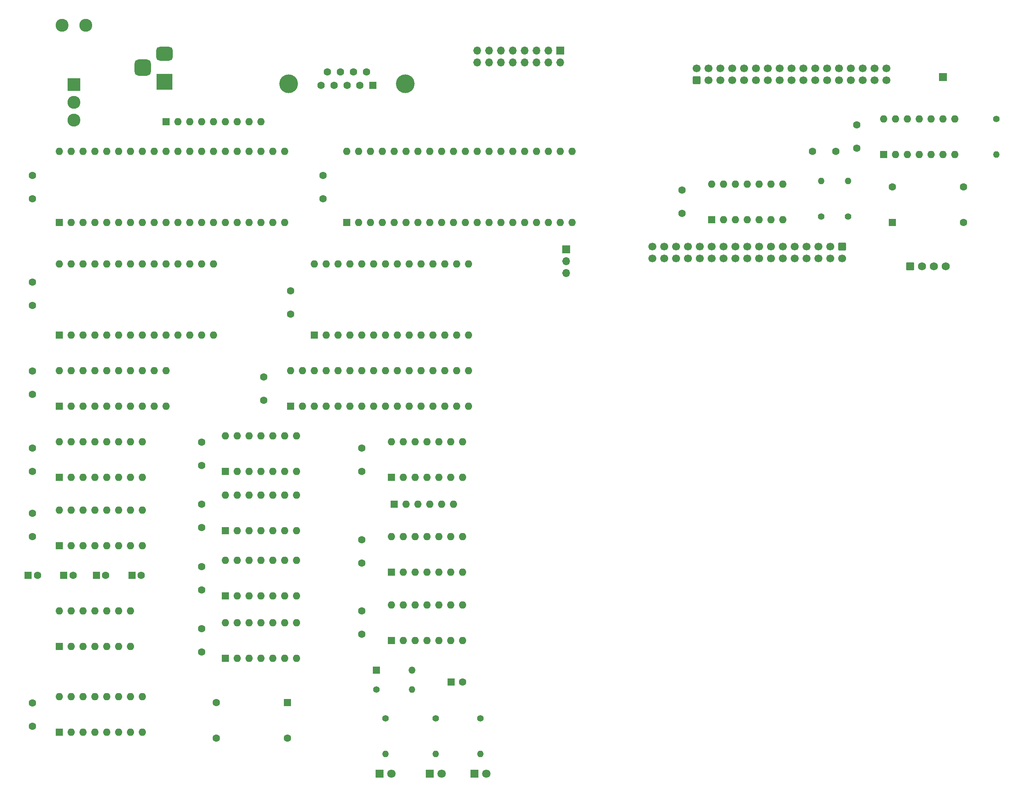
<source format=gbr>
%TF.GenerationSoftware,KiCad,Pcbnew,(6.0.6)*%
%TF.CreationDate,2022-10-29T21:57:17+02:00*%
%TF.ProjectId,SF-7017,53462d37-3031-4372-9e6b-696361645f70,rev?*%
%TF.SameCoordinates,Original*%
%TF.FileFunction,Soldermask,Top*%
%TF.FilePolarity,Negative*%
%FSLAX46Y46*%
G04 Gerber Fmt 4.6, Leading zero omitted, Abs format (unit mm)*
G04 Created by KiCad (PCBNEW (6.0.6)) date 2022-10-29 21:57:17*
%MOMM*%
%LPD*%
G01*
G04 APERTURE LIST*
G04 Aperture macros list*
%AMRoundRect*
0 Rectangle with rounded corners*
0 $1 Rounding radius*
0 $2 $3 $4 $5 $6 $7 $8 $9 X,Y pos of 4 corners*
0 Add a 4 corners polygon primitive as box body*
4,1,4,$2,$3,$4,$5,$6,$7,$8,$9,$2,$3,0*
0 Add four circle primitives for the rounded corners*
1,1,$1+$1,$2,$3*
1,1,$1+$1,$4,$5*
1,1,$1+$1,$6,$7*
1,1,$1+$1,$8,$9*
0 Add four rect primitives between the rounded corners*
20,1,$1+$1,$2,$3,$4,$5,0*
20,1,$1+$1,$4,$5,$6,$7,0*
20,1,$1+$1,$6,$7,$8,$9,0*
20,1,$1+$1,$8,$9,$2,$3,0*%
G04 Aperture macros list end*
%ADD10C,1.600000*%
%ADD11R,1.600000X1.600000*%
%ADD12O,1.600000X1.600000*%
%ADD13RoundRect,0.250000X0.600000X-0.600000X0.600000X0.600000X-0.600000X0.600000X-0.600000X-0.600000X0*%
%ADD14C,1.700000*%
%ADD15R,1.700000X1.700000*%
%ADD16O,1.700000X1.700000*%
%ADD17R,2.775000X2.775000*%
%ADD18C,2.775000*%
%ADD19C,1.400000*%
%ADD20O,1.400000X1.400000*%
%ADD21R,1.800000X1.800000*%
%ADD22C,1.800000*%
%ADD23RoundRect,0.250000X-0.620000X-0.620000X0.620000X-0.620000X0.620000X0.620000X-0.620000X0.620000X0*%
%ADD24C,1.740000*%
%ADD25R,1.500000X1.500000*%
%ADD26O,1.500000X1.500000*%
%ADD27R,3.500000X3.500000*%
%ADD28RoundRect,0.750000X-1.000000X0.750000X-1.000000X-0.750000X1.000000X-0.750000X1.000000X0.750000X0*%
%ADD29RoundRect,0.875000X-0.875000X0.875000X-0.875000X-0.875000X0.875000X-0.875000X0.875000X0.875000X0*%
%ADD30RoundRect,0.250000X-0.600000X0.600000X-0.600000X-0.600000X0.600000X-0.600000X0.600000X0.600000X0*%
%ADD31C,4.000000*%
G04 APERTURE END LIST*
D10*
%TO.C,C3*%
X109855000Y-126405000D03*
X109855000Y-131405000D03*
%TD*%
%TO.C,C22*%
X178435000Y-56475000D03*
X178435000Y-51475000D03*
%TD*%
D11*
%TO.C,IC17*%
X80640000Y-111750000D03*
D12*
X83180000Y-111750000D03*
X85720000Y-111750000D03*
X88260000Y-111750000D03*
X90800000Y-111750000D03*
X93340000Y-111750000D03*
X95880000Y-111750000D03*
X95880000Y-104130000D03*
X93340000Y-104130000D03*
X90800000Y-104130000D03*
X88260000Y-104130000D03*
X85720000Y-104130000D03*
X83180000Y-104130000D03*
X80640000Y-104130000D03*
%TD*%
D11*
%TO.C,IC20*%
X116200000Y-133340000D03*
D12*
X118740000Y-133340000D03*
X121280000Y-133340000D03*
X123820000Y-133340000D03*
X126360000Y-133340000D03*
X128900000Y-133340000D03*
X131440000Y-133340000D03*
X131440000Y-125720000D03*
X128900000Y-125720000D03*
X126360000Y-125720000D03*
X123820000Y-125720000D03*
X121280000Y-125720000D03*
X118740000Y-125720000D03*
X116200000Y-125720000D03*
%TD*%
D11*
%TO.C,IC26*%
X221610000Y-43805000D03*
D12*
X224150000Y-43805000D03*
X226690000Y-43805000D03*
X229230000Y-43805000D03*
X231770000Y-43805000D03*
X234310000Y-43805000D03*
X236850000Y-43805000D03*
X236850000Y-36185000D03*
X234310000Y-36185000D03*
X231770000Y-36185000D03*
X229230000Y-36185000D03*
X226690000Y-36185000D03*
X224150000Y-36185000D03*
X221610000Y-36185000D03*
%TD*%
D13*
%TO.C,J1*%
X181610000Y-27922500D03*
D14*
X181610000Y-25382500D03*
X184150000Y-27922500D03*
X184150000Y-25382500D03*
X186690000Y-27922500D03*
X186690000Y-25382500D03*
X189230000Y-27922500D03*
X189230000Y-25382500D03*
X191770000Y-27922500D03*
X191770000Y-25382500D03*
X194310000Y-27922500D03*
X194310000Y-25382500D03*
X196850000Y-27922500D03*
X196850000Y-25382500D03*
X199390000Y-27922500D03*
X199390000Y-25382500D03*
X201930000Y-27922500D03*
X201930000Y-25382500D03*
X204470000Y-27922500D03*
X204470000Y-25382500D03*
X207010000Y-27922500D03*
X207010000Y-25382500D03*
X209550000Y-27922500D03*
X209550000Y-25382500D03*
X212090000Y-27922500D03*
X212090000Y-25382500D03*
X214630000Y-27922500D03*
X214630000Y-25382500D03*
X217170000Y-27922500D03*
X217170000Y-25382500D03*
X219710000Y-27922500D03*
X219710000Y-25382500D03*
X222250000Y-27922500D03*
X222250000Y-25382500D03*
%TD*%
D11*
%TO.C,IC15*%
X80640000Y-138420000D03*
D12*
X83180000Y-138420000D03*
X85720000Y-138420000D03*
X88260000Y-138420000D03*
X90800000Y-138420000D03*
X93340000Y-138420000D03*
X95880000Y-138420000D03*
X95880000Y-130800000D03*
X93340000Y-130800000D03*
X90800000Y-130800000D03*
X88260000Y-130800000D03*
X85720000Y-130800000D03*
X83180000Y-130800000D03*
X80640000Y-130800000D03*
%TD*%
D15*
%TO.C,J6*%
X153670000Y-64135000D03*
D16*
X153670000Y-66675000D03*
X153670000Y-69215000D03*
%TD*%
D10*
%TO.C,C7*%
X39370000Y-166330000D03*
X39370000Y-161330000D03*
%TD*%
%TO.C,C1*%
X215900000Y-37505000D03*
X215900000Y-42505000D03*
%TD*%
D17*
%TO.C,SW1*%
X48260000Y-28840000D03*
D18*
X48260000Y-32650000D03*
X48260000Y-36460000D03*
X50800000Y-16140000D03*
X45720000Y-16140000D03*
%TD*%
D10*
%TO.C,C19*%
X75565000Y-123785000D03*
X75565000Y-118785000D03*
%TD*%
D11*
%TO.C,IC38*%
X45100000Y-167630000D03*
D12*
X47640000Y-167630000D03*
X50180000Y-167630000D03*
X52720000Y-167630000D03*
X55260000Y-167630000D03*
X57800000Y-167630000D03*
X60340000Y-167630000D03*
X62880000Y-167630000D03*
X62880000Y-160010000D03*
X60340000Y-160010000D03*
X57800000Y-160010000D03*
X55260000Y-160010000D03*
X52720000Y-160010000D03*
X50180000Y-160010000D03*
X47640000Y-160010000D03*
X45100000Y-160010000D03*
%TD*%
D11*
%TO.C,RN2*%
X116840000Y-118745000D03*
D12*
X119380000Y-118745000D03*
X121920000Y-118745000D03*
X124460000Y-118745000D03*
X127000000Y-118745000D03*
X129540000Y-118745000D03*
%TD*%
D19*
%TO.C,R7*%
X113030000Y-158505000D03*
D20*
X120650000Y-158505000D03*
%TD*%
D11*
%TO.C,IC21*%
X184780000Y-57775000D03*
D12*
X187320000Y-57775000D03*
X189860000Y-57775000D03*
X192400000Y-57775000D03*
X194940000Y-57775000D03*
X197480000Y-57775000D03*
X200020000Y-57775000D03*
X200020000Y-50155000D03*
X197480000Y-50155000D03*
X194940000Y-50155000D03*
X192400000Y-50155000D03*
X189860000Y-50155000D03*
X187320000Y-50155000D03*
X184780000Y-50155000D03*
%TD*%
D11*
%TO.C,IC14*%
X80640000Y-151755000D03*
D12*
X83180000Y-151755000D03*
X85720000Y-151755000D03*
X88260000Y-151755000D03*
X90800000Y-151755000D03*
X93340000Y-151755000D03*
X95880000Y-151755000D03*
X95880000Y-144135000D03*
X93340000Y-144135000D03*
X90800000Y-144135000D03*
X88260000Y-144135000D03*
X85720000Y-144135000D03*
X83180000Y-144135000D03*
X80640000Y-144135000D03*
%TD*%
D10*
%TO.C,C15*%
X206375000Y-43180000D03*
X211375000Y-43180000D03*
%TD*%
D11*
%TO.C,IC18*%
X116200000Y-113020000D03*
D12*
X118740000Y-113020000D03*
X121280000Y-113020000D03*
X123820000Y-113020000D03*
X126360000Y-113020000D03*
X128900000Y-113020000D03*
X131440000Y-113020000D03*
X131440000Y-105400000D03*
X128900000Y-105400000D03*
X126360000Y-105400000D03*
X123820000Y-105400000D03*
X121280000Y-105400000D03*
X118740000Y-105400000D03*
X116200000Y-105400000D03*
%TD*%
D21*
%TO.C,D3*%
X113665000Y-176530000D03*
D22*
X116205000Y-176530000D03*
%TD*%
D10*
%TO.C,C23*%
X75565000Y-150455000D03*
X75565000Y-145455000D03*
%TD*%
%TO.C,C12*%
X101600000Y-53300000D03*
X101600000Y-48300000D03*
%TD*%
D11*
%TO.C,IC6*%
X116200000Y-147945000D03*
D12*
X118740000Y-147945000D03*
X121280000Y-147945000D03*
X123820000Y-147945000D03*
X126360000Y-147945000D03*
X128900000Y-147945000D03*
X131440000Y-147945000D03*
X131440000Y-140325000D03*
X128900000Y-140325000D03*
X126360000Y-140325000D03*
X123820000Y-140325000D03*
X121280000Y-140325000D03*
X118740000Y-140325000D03*
X116200000Y-140325000D03*
%TD*%
D10*
%TO.C,C11*%
X39370000Y-53300000D03*
X39370000Y-48300000D03*
%TD*%
D11*
%TO.C,X2*%
X93980000Y-161290000D03*
D10*
X78740000Y-161290000D03*
X78740000Y-168910000D03*
X93980000Y-168910000D03*
%TD*%
%TO.C,C5*%
X109855000Y-106720000D03*
X109855000Y-111720000D03*
%TD*%
D11*
%TO.C,IC5*%
X94615000Y-97770000D03*
D12*
X97155000Y-97770000D03*
X99695000Y-97770000D03*
X102235000Y-97770000D03*
X104775000Y-97770000D03*
X107315000Y-97770000D03*
X109855000Y-97770000D03*
X112395000Y-97770000D03*
X114935000Y-97770000D03*
X117475000Y-97770000D03*
X120015000Y-97770000D03*
X122555000Y-97770000D03*
X125095000Y-97770000D03*
X127635000Y-97770000D03*
X130175000Y-97770000D03*
X132715000Y-97770000D03*
X132715000Y-90150000D03*
X130175000Y-90150000D03*
X127635000Y-90150000D03*
X125095000Y-90150000D03*
X122555000Y-90150000D03*
X120015000Y-90150000D03*
X117475000Y-90150000D03*
X114935000Y-90150000D03*
X112395000Y-90150000D03*
X109855000Y-90150000D03*
X107315000Y-90150000D03*
X104775000Y-90150000D03*
X102235000Y-90150000D03*
X99695000Y-90150000D03*
X97155000Y-90150000D03*
X94615000Y-90150000D03*
%TD*%
D21*
%TO.C,D2*%
X124455000Y-176530000D03*
D22*
X126995000Y-176530000D03*
%TD*%
D19*
%TO.C,R1*%
X245745000Y-36195000D03*
D20*
X245745000Y-43815000D03*
%TD*%
D23*
%TO.C,J10*%
X227330000Y-67830000D03*
D24*
X229870000Y-67830000D03*
X232410000Y-67830000D03*
X234950000Y-67830000D03*
%TD*%
D11*
%TO.C,C16*%
X60639900Y-133985000D03*
D10*
X62639900Y-133985000D03*
%TD*%
D25*
%TO.C,D4*%
X113025000Y-154305000D03*
D26*
X120645000Y-154305000D03*
%TD*%
D10*
%TO.C,C4*%
X88900000Y-96480000D03*
X88900000Y-91480000D03*
%TD*%
D15*
%TO.C,J11*%
X234315000Y-27235000D03*
%TD*%
D10*
%TO.C,C10*%
X39370000Y-125690000D03*
X39370000Y-120690000D03*
%TD*%
%TO.C,C6*%
X94615000Y-78065000D03*
X94615000Y-73065000D03*
%TD*%
D11*
%TO.C,IC13*%
X99705000Y-82555000D03*
D12*
X102245000Y-82555000D03*
X104785000Y-82555000D03*
X107325000Y-82555000D03*
X109865000Y-82555000D03*
X112405000Y-82555000D03*
X114945000Y-82555000D03*
X117485000Y-82555000D03*
X120025000Y-82555000D03*
X122565000Y-82555000D03*
X125105000Y-82555000D03*
X127645000Y-82555000D03*
X130185000Y-82555000D03*
X132725000Y-82555000D03*
X132725000Y-67315000D03*
X130185000Y-67315000D03*
X127645000Y-67315000D03*
X125105000Y-67315000D03*
X122565000Y-67315000D03*
X120025000Y-67315000D03*
X117485000Y-67315000D03*
X114945000Y-67315000D03*
X112405000Y-67315000D03*
X109865000Y-67315000D03*
X107325000Y-67315000D03*
X104785000Y-67315000D03*
X102245000Y-67315000D03*
X99705000Y-67315000D03*
%TD*%
D19*
%TO.C,R4*%
X114935000Y-164690000D03*
D20*
X114935000Y-172310000D03*
%TD*%
D10*
%TO.C,C8*%
X39370000Y-95210000D03*
X39370000Y-90210000D03*
%TD*%
D11*
%TO.C,RN1*%
X67945000Y-36830000D03*
D12*
X70485000Y-36830000D03*
X73025000Y-36830000D03*
X75565000Y-36830000D03*
X78105000Y-36830000D03*
X80645000Y-36830000D03*
X83185000Y-36830000D03*
X85725000Y-36830000D03*
X88265000Y-36830000D03*
%TD*%
D10*
%TO.C,C20*%
X75565000Y-110450000D03*
X75565000Y-105450000D03*
%TD*%
D27*
%TO.C,J9*%
X67632500Y-28225000D03*
D28*
X67632500Y-22225000D03*
D29*
X62932500Y-25225000D03*
%TD*%
D11*
%TO.C,C14*%
X53019900Y-133985000D03*
D10*
X55019900Y-133985000D03*
%TD*%
%TO.C,C18*%
X75565000Y-137120000D03*
X75565000Y-132120000D03*
%TD*%
D11*
%TO.C,IC33*%
X45070000Y-82555000D03*
D12*
X47610000Y-82555000D03*
X50150000Y-82555000D03*
X52690000Y-82555000D03*
X55230000Y-82555000D03*
X57770000Y-82555000D03*
X60310000Y-82555000D03*
X62850000Y-82555000D03*
X65390000Y-82555000D03*
X67930000Y-82555000D03*
X70470000Y-82555000D03*
X73010000Y-82555000D03*
X75550000Y-82555000D03*
X78090000Y-82555000D03*
X78090000Y-67315000D03*
X75550000Y-67315000D03*
X73010000Y-67315000D03*
X70470000Y-67315000D03*
X67930000Y-67315000D03*
X65390000Y-67315000D03*
X62850000Y-67315000D03*
X60310000Y-67315000D03*
X57770000Y-67315000D03*
X55230000Y-67315000D03*
X52690000Y-67315000D03*
X50150000Y-67315000D03*
X47610000Y-67315000D03*
X45070000Y-67315000D03*
%TD*%
D11*
%TO.C,J4*%
X45105000Y-149215000D03*
D12*
X47645000Y-149215000D03*
X50185000Y-149215000D03*
X52725000Y-149215000D03*
X55265000Y-149215000D03*
X57805000Y-149215000D03*
X60345000Y-149215000D03*
X60345000Y-141595000D03*
X57805000Y-141595000D03*
X55265000Y-141595000D03*
X52725000Y-141595000D03*
X50185000Y-141595000D03*
X47645000Y-141595000D03*
X45105000Y-141595000D03*
%TD*%
D10*
%TO.C,C2*%
X39365000Y-111720000D03*
X39365000Y-106720000D03*
%TD*%
%TO.C,C17*%
X109855000Y-141645000D03*
X109855000Y-146645000D03*
%TD*%
D11*
%TO.C,IC2*%
X106685000Y-58425000D03*
D12*
X109225000Y-58425000D03*
X111765000Y-58425000D03*
X114305000Y-58425000D03*
X116845000Y-58425000D03*
X119385000Y-58425000D03*
X121925000Y-58425000D03*
X124465000Y-58425000D03*
X127005000Y-58425000D03*
X129545000Y-58425000D03*
X132085000Y-58425000D03*
X134625000Y-58425000D03*
X137165000Y-58425000D03*
X139705000Y-58425000D03*
X142245000Y-58425000D03*
X144785000Y-58425000D03*
X147325000Y-58425000D03*
X149865000Y-58425000D03*
X152405000Y-58425000D03*
X154945000Y-58425000D03*
X154945000Y-43185000D03*
X152405000Y-43185000D03*
X149865000Y-43185000D03*
X147325000Y-43185000D03*
X144785000Y-43185000D03*
X142245000Y-43185000D03*
X139705000Y-43185000D03*
X137165000Y-43185000D03*
X134625000Y-43185000D03*
X132085000Y-43185000D03*
X129545000Y-43185000D03*
X127005000Y-43185000D03*
X124465000Y-43185000D03*
X121925000Y-43185000D03*
X119385000Y-43185000D03*
X116845000Y-43185000D03*
X114305000Y-43185000D03*
X111765000Y-43185000D03*
X109225000Y-43185000D03*
X106685000Y-43185000D03*
%TD*%
D11*
%TO.C,X1*%
X223520000Y-58420000D03*
D10*
X238760000Y-58420000D03*
X238760000Y-50800000D03*
X223520000Y-50800000D03*
%TD*%
D19*
%TO.C,R3*%
X125730000Y-164690000D03*
D20*
X125730000Y-172310000D03*
%TD*%
D11*
%TO.C,IC22*%
X45075000Y-113020000D03*
D12*
X47615000Y-113020000D03*
X50155000Y-113020000D03*
X52695000Y-113020000D03*
X55235000Y-113020000D03*
X57775000Y-113020000D03*
X60315000Y-113020000D03*
X62855000Y-113020000D03*
X62855000Y-105400000D03*
X60315000Y-105400000D03*
X57775000Y-105400000D03*
X55235000Y-105400000D03*
X52695000Y-105400000D03*
X50155000Y-105400000D03*
X47615000Y-105400000D03*
X45075000Y-105400000D03*
%TD*%
D19*
%TO.C,R2*%
X135255000Y-164690000D03*
D20*
X135255000Y-172310000D03*
%TD*%
D30*
%TO.C,J3*%
X212725000Y-63517500D03*
D14*
X212725000Y-66057500D03*
X210185000Y-63517500D03*
X210185000Y-66057500D03*
X207645000Y-63517500D03*
X207645000Y-66057500D03*
X205105000Y-63517500D03*
X205105000Y-66057500D03*
X202565000Y-63517500D03*
X202565000Y-66057500D03*
X200025000Y-63517500D03*
X200025000Y-66057500D03*
X197485000Y-63517500D03*
X197485000Y-66057500D03*
X194945000Y-63517500D03*
X194945000Y-66057500D03*
X192405000Y-63517500D03*
X192405000Y-66057500D03*
X189865000Y-63517500D03*
X189865000Y-66057500D03*
X187325000Y-63517500D03*
X187325000Y-66057500D03*
X184785000Y-63517500D03*
X184785000Y-66057500D03*
X182245000Y-63517500D03*
X182245000Y-66057500D03*
X179705000Y-63517500D03*
X179705000Y-66057500D03*
X177165000Y-63517500D03*
X177165000Y-66057500D03*
X174625000Y-63517500D03*
X174625000Y-66057500D03*
X172085000Y-63517500D03*
X172085000Y-66057500D03*
%TD*%
D31*
%TO.C,J5*%
X94190000Y-28700300D03*
X119190000Y-28700300D03*
D11*
X112230000Y-29000300D03*
D10*
X109460000Y-29000300D03*
X106690000Y-29000300D03*
X103920000Y-29000300D03*
X101150000Y-29000300D03*
X110845000Y-26160300D03*
X108075000Y-26160300D03*
X105305000Y-26160300D03*
X102535000Y-26160300D03*
%TD*%
D11*
%TO.C,IC3*%
X45090000Y-58425000D03*
D12*
X47630000Y-58425000D03*
X50170000Y-58425000D03*
X52710000Y-58425000D03*
X55250000Y-58425000D03*
X57790000Y-58425000D03*
X60330000Y-58425000D03*
X62870000Y-58425000D03*
X65410000Y-58425000D03*
X67950000Y-58425000D03*
X70490000Y-58425000D03*
X73030000Y-58425000D03*
X75570000Y-58425000D03*
X78110000Y-58425000D03*
X80650000Y-58425000D03*
X83190000Y-58425000D03*
X85730000Y-58425000D03*
X88270000Y-58425000D03*
X90810000Y-58425000D03*
X93350000Y-58425000D03*
X93350000Y-43185000D03*
X90810000Y-43185000D03*
X88270000Y-43185000D03*
X85730000Y-43185000D03*
X83190000Y-43185000D03*
X80650000Y-43185000D03*
X78110000Y-43185000D03*
X75570000Y-43185000D03*
X73030000Y-43185000D03*
X70490000Y-43185000D03*
X67950000Y-43185000D03*
X65410000Y-43185000D03*
X62870000Y-43185000D03*
X60330000Y-43185000D03*
X57790000Y-43185000D03*
X55250000Y-43185000D03*
X52710000Y-43185000D03*
X50170000Y-43185000D03*
X47630000Y-43185000D03*
X45090000Y-43185000D03*
%TD*%
D15*
%TO.C,J2*%
X152400000Y-21590000D03*
D16*
X152400000Y-24130000D03*
X149860000Y-21590000D03*
X149860000Y-24130000D03*
X147320000Y-21590000D03*
X147320000Y-24130000D03*
X144780000Y-21590000D03*
X144780000Y-24130000D03*
X142240000Y-21590000D03*
X142240000Y-24130000D03*
X139700000Y-21590000D03*
X139700000Y-24130000D03*
X137160000Y-21590000D03*
X137160000Y-24130000D03*
X134620000Y-21590000D03*
X134620000Y-24130000D03*
%TD*%
D19*
%TO.C,R19*%
X208280000Y-57150000D03*
D20*
X208280000Y-49530000D03*
%TD*%
D11*
%TO.C,C13*%
X46034900Y-133985000D03*
D10*
X48034900Y-133985000D03*
%TD*%
D11*
%TO.C,U10*%
X45100000Y-127625000D03*
D12*
X47640000Y-127625000D03*
X50180000Y-127625000D03*
X52720000Y-127625000D03*
X55260000Y-127625000D03*
X57800000Y-127625000D03*
X60340000Y-127625000D03*
X62880000Y-127625000D03*
X62880000Y-120005000D03*
X60340000Y-120005000D03*
X57800000Y-120005000D03*
X55260000Y-120005000D03*
X52720000Y-120005000D03*
X50180000Y-120005000D03*
X47640000Y-120005000D03*
X45100000Y-120005000D03*
%TD*%
D11*
%TO.C,C21*%
X128969900Y-156845000D03*
D10*
X131469900Y-156845000D03*
%TD*%
D11*
%TO.C,IC16*%
X80640000Y-124450000D03*
D12*
X83180000Y-124450000D03*
X85720000Y-124450000D03*
X88260000Y-124450000D03*
X90800000Y-124450000D03*
X93340000Y-124450000D03*
X95880000Y-124450000D03*
X95880000Y-116830000D03*
X93340000Y-116830000D03*
X90800000Y-116830000D03*
X88260000Y-116830000D03*
X85720000Y-116830000D03*
X83180000Y-116830000D03*
X80640000Y-116830000D03*
%TD*%
D11*
%TO.C,U8*%
X45090000Y-97780000D03*
D12*
X47630000Y-97780000D03*
X50170000Y-97780000D03*
X52710000Y-97780000D03*
X55250000Y-97780000D03*
X57790000Y-97780000D03*
X60330000Y-97780000D03*
X62870000Y-97780000D03*
X65410000Y-97780000D03*
X67950000Y-97780000D03*
X67950000Y-90160000D03*
X65410000Y-90160000D03*
X62870000Y-90160000D03*
X60330000Y-90160000D03*
X57790000Y-90160000D03*
X55250000Y-90160000D03*
X52710000Y-90160000D03*
X50170000Y-90160000D03*
X47630000Y-90160000D03*
X45090000Y-90160000D03*
%TD*%
D10*
%TO.C,C9*%
X39370000Y-76160000D03*
X39370000Y-71160000D03*
%TD*%
D19*
%TO.C,R18*%
X213995000Y-57150000D03*
D20*
X213995000Y-49530000D03*
%TD*%
D11*
%TO.C,C29*%
X38414900Y-133985000D03*
D10*
X40414900Y-133985000D03*
%TD*%
D21*
%TO.C,D1*%
X133985000Y-176530000D03*
D22*
X136525000Y-176530000D03*
%TD*%
M02*

</source>
